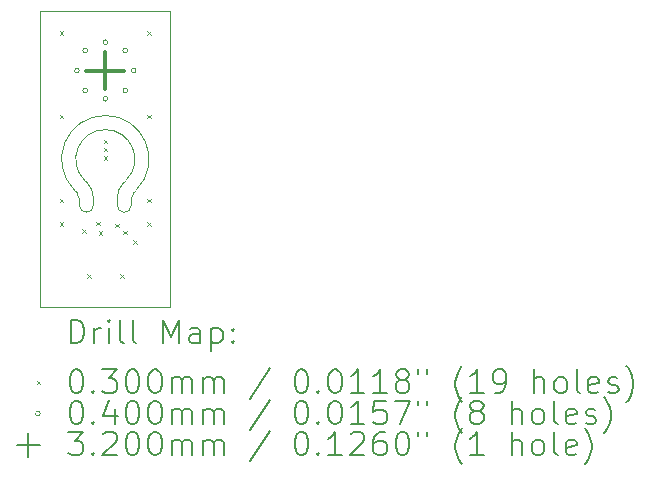
<source format=gbr>
%FSLAX45Y45*%
G04 Gerber Fmt 4.5, Leading zero omitted, Abs format (unit mm)*
G04 Created by KiCad (PCBNEW (5.99.0-10020-g5020012b14)) date 2021-04-02 13:20:54*
%MOMM*%
%LPD*%
G01*
G04 APERTURE LIST*
%TA.AperFunction,Profile*%
%ADD10C,0.010000*%
%TD*%
%ADD11C,0.200000*%
%ADD12C,0.030000*%
%ADD13C,0.040000*%
%ADD14C,0.320000*%
G04 APERTURE END LIST*
D10*
X14323223Y-9026777D02*
X14341421Y-9043579D01*
X15050000Y-7600000D02*
X15050000Y-10100000D01*
X14743431Y-9128432D02*
G75*
G03*
X14720000Y-9185000I56568J-56569D01*
G01*
X13950000Y-10100000D02*
X13950000Y-7600000D01*
X14256569Y-9128432D02*
G75*
G02*
X14280000Y-9185000I-56569J-56569D01*
G01*
X13950000Y-7600000D02*
X15050000Y-7600000D01*
X14658579Y-9043579D02*
G75*
G03*
X14600000Y-9185000I141421J-141421D01*
G01*
X14743431Y-9128431D02*
X14761629Y-9111629D01*
X15050000Y-10100000D02*
X13950000Y-10100000D01*
X14400000Y-9185000D02*
G75*
G03*
X14341421Y-9043579I-200000J0D01*
G01*
X14720000Y-9240000D02*
X14720000Y-9185000D01*
X14720000Y-9240000D02*
G75*
G02*
X14600000Y-9240000I-60000J0D01*
G01*
X14761629Y-9111630D02*
G75*
G03*
X14238370Y-9111629I-261630J261630D01*
G01*
X14676777Y-9026777D02*
G75*
G03*
X14323223Y-9026777I-176777J176777D01*
G01*
X14676777Y-9026777D02*
X14658579Y-9043579D01*
X14600000Y-9185000D02*
X14600000Y-9240000D01*
X14238370Y-9111629D02*
X14256568Y-9128432D01*
X14400000Y-9240000D02*
G75*
G02*
X14280000Y-9240000I-60000J0D01*
G01*
X14280000Y-9240000D02*
X14280000Y-9185000D01*
X14400000Y-9185000D02*
X14400000Y-9240000D01*
D11*
D12*
X14115000Y-7765000D02*
X14145000Y-7795000D01*
X14145000Y-7765000D02*
X14115000Y-7795000D01*
X14115000Y-8475000D02*
X14145000Y-8505000D01*
X14145000Y-8475000D02*
X14115000Y-8505000D01*
X14115000Y-9185000D02*
X14145000Y-9215000D01*
X14145000Y-9185000D02*
X14115000Y-9215000D01*
X14115000Y-9385000D02*
X14145000Y-9415000D01*
X14145000Y-9385000D02*
X14115000Y-9415000D01*
X14305000Y-9445000D02*
X14335000Y-9475000D01*
X14335000Y-9445000D02*
X14305000Y-9475000D01*
X14345000Y-9825000D02*
X14375000Y-9855000D01*
X14375000Y-9825000D02*
X14345000Y-9855000D01*
X14425000Y-9380000D02*
X14455000Y-9410000D01*
X14455000Y-9380000D02*
X14425000Y-9410000D01*
X14445000Y-9460000D02*
X14475000Y-9490000D01*
X14475000Y-9460000D02*
X14445000Y-9490000D01*
X14485000Y-8685000D02*
X14515000Y-8715000D01*
X14515000Y-8685000D02*
X14485000Y-8715000D01*
X14485000Y-8755000D02*
X14515000Y-8785000D01*
X14515000Y-8755000D02*
X14485000Y-8785000D01*
X14485000Y-8825000D02*
X14515000Y-8855000D01*
X14515000Y-8825000D02*
X14485000Y-8855000D01*
X14585000Y-9397500D02*
X14615000Y-9427500D01*
X14615000Y-9397500D02*
X14585000Y-9427500D01*
X14625000Y-9826250D02*
X14655000Y-9856250D01*
X14655000Y-9826250D02*
X14625000Y-9856250D01*
X14650000Y-9455000D02*
X14680000Y-9485000D01*
X14680000Y-9455000D02*
X14650000Y-9485000D01*
X14735000Y-9535000D02*
X14765000Y-9565000D01*
X14765000Y-9535000D02*
X14735000Y-9565000D01*
X14855000Y-7765000D02*
X14885000Y-7795000D01*
X14885000Y-7765000D02*
X14855000Y-7795000D01*
X14855000Y-8475000D02*
X14885000Y-8505000D01*
X14885000Y-8475000D02*
X14855000Y-8505000D01*
X14855000Y-9185000D02*
X14885000Y-9215000D01*
X14885000Y-9185000D02*
X14855000Y-9215000D01*
X14855000Y-9385000D02*
X14885000Y-9415000D01*
X14885000Y-9385000D02*
X14855000Y-9415000D01*
D13*
X14280000Y-8100000D02*
G75*
G03*
X14280000Y-8100000I-20000J0D01*
G01*
X14350294Y-7930294D02*
G75*
G03*
X14350294Y-7930294I-20000J0D01*
G01*
X14350294Y-8269706D02*
G75*
G03*
X14350294Y-8269706I-20000J0D01*
G01*
X14520000Y-7860000D02*
G75*
G03*
X14520000Y-7860000I-20000J0D01*
G01*
X14520000Y-8340000D02*
G75*
G03*
X14520000Y-8340000I-20000J0D01*
G01*
X14689706Y-7930294D02*
G75*
G03*
X14689706Y-7930294I-20000J0D01*
G01*
X14689706Y-8269706D02*
G75*
G03*
X14689706Y-8269706I-20000J0D01*
G01*
X14760000Y-8100000D02*
G75*
G03*
X14760000Y-8100000I-20000J0D01*
G01*
D14*
X14500000Y-7940000D02*
X14500000Y-8260000D01*
X14340000Y-8100000D02*
X14660000Y-8100000D01*
D11*
X14207119Y-10410976D02*
X14207119Y-10210976D01*
X14254738Y-10210976D01*
X14283309Y-10220500D01*
X14302357Y-10239548D01*
X14311881Y-10258595D01*
X14321405Y-10296690D01*
X14321405Y-10325262D01*
X14311881Y-10363357D01*
X14302357Y-10382405D01*
X14283309Y-10401452D01*
X14254738Y-10410976D01*
X14207119Y-10410976D01*
X14407119Y-10410976D02*
X14407119Y-10277643D01*
X14407119Y-10315738D02*
X14416643Y-10296690D01*
X14426167Y-10287167D01*
X14445214Y-10277643D01*
X14464262Y-10277643D01*
X14530928Y-10410976D02*
X14530928Y-10277643D01*
X14530928Y-10210976D02*
X14521405Y-10220500D01*
X14530928Y-10230024D01*
X14540452Y-10220500D01*
X14530928Y-10210976D01*
X14530928Y-10230024D01*
X14654738Y-10410976D02*
X14635690Y-10401452D01*
X14626167Y-10382405D01*
X14626167Y-10210976D01*
X14759500Y-10410976D02*
X14740452Y-10401452D01*
X14730928Y-10382405D01*
X14730928Y-10210976D01*
X14988071Y-10410976D02*
X14988071Y-10210976D01*
X15054738Y-10353833D01*
X15121405Y-10210976D01*
X15121405Y-10410976D01*
X15302357Y-10410976D02*
X15302357Y-10306214D01*
X15292833Y-10287167D01*
X15273786Y-10277643D01*
X15235690Y-10277643D01*
X15216643Y-10287167D01*
X15302357Y-10401452D02*
X15283309Y-10410976D01*
X15235690Y-10410976D01*
X15216643Y-10401452D01*
X15207119Y-10382405D01*
X15207119Y-10363357D01*
X15216643Y-10344310D01*
X15235690Y-10334786D01*
X15283309Y-10334786D01*
X15302357Y-10325262D01*
X15397595Y-10277643D02*
X15397595Y-10477643D01*
X15397595Y-10287167D02*
X15416643Y-10277643D01*
X15454738Y-10277643D01*
X15473786Y-10287167D01*
X15483309Y-10296690D01*
X15492833Y-10315738D01*
X15492833Y-10372881D01*
X15483309Y-10391929D01*
X15473786Y-10401452D01*
X15454738Y-10410976D01*
X15416643Y-10410976D01*
X15397595Y-10401452D01*
X15578548Y-10391929D02*
X15588071Y-10401452D01*
X15578548Y-10410976D01*
X15569024Y-10401452D01*
X15578548Y-10391929D01*
X15578548Y-10410976D01*
X15578548Y-10287167D02*
X15588071Y-10296690D01*
X15578548Y-10306214D01*
X15569024Y-10296690D01*
X15578548Y-10287167D01*
X15578548Y-10306214D01*
D12*
X13919500Y-10725500D02*
X13949500Y-10755500D01*
X13949500Y-10725500D02*
X13919500Y-10755500D01*
D11*
X14245214Y-10630976D02*
X14264262Y-10630976D01*
X14283309Y-10640500D01*
X14292833Y-10650024D01*
X14302357Y-10669071D01*
X14311881Y-10707167D01*
X14311881Y-10754786D01*
X14302357Y-10792881D01*
X14292833Y-10811929D01*
X14283309Y-10821452D01*
X14264262Y-10830976D01*
X14245214Y-10830976D01*
X14226167Y-10821452D01*
X14216643Y-10811929D01*
X14207119Y-10792881D01*
X14197595Y-10754786D01*
X14197595Y-10707167D01*
X14207119Y-10669071D01*
X14216643Y-10650024D01*
X14226167Y-10640500D01*
X14245214Y-10630976D01*
X14397595Y-10811929D02*
X14407119Y-10821452D01*
X14397595Y-10830976D01*
X14388071Y-10821452D01*
X14397595Y-10811929D01*
X14397595Y-10830976D01*
X14473786Y-10630976D02*
X14597595Y-10630976D01*
X14530928Y-10707167D01*
X14559500Y-10707167D01*
X14578548Y-10716690D01*
X14588071Y-10726214D01*
X14597595Y-10745262D01*
X14597595Y-10792881D01*
X14588071Y-10811929D01*
X14578548Y-10821452D01*
X14559500Y-10830976D01*
X14502357Y-10830976D01*
X14483309Y-10821452D01*
X14473786Y-10811929D01*
X14721405Y-10630976D02*
X14740452Y-10630976D01*
X14759500Y-10640500D01*
X14769024Y-10650024D01*
X14778548Y-10669071D01*
X14788071Y-10707167D01*
X14788071Y-10754786D01*
X14778548Y-10792881D01*
X14769024Y-10811929D01*
X14759500Y-10821452D01*
X14740452Y-10830976D01*
X14721405Y-10830976D01*
X14702357Y-10821452D01*
X14692833Y-10811929D01*
X14683309Y-10792881D01*
X14673786Y-10754786D01*
X14673786Y-10707167D01*
X14683309Y-10669071D01*
X14692833Y-10650024D01*
X14702357Y-10640500D01*
X14721405Y-10630976D01*
X14911881Y-10630976D02*
X14930928Y-10630976D01*
X14949976Y-10640500D01*
X14959500Y-10650024D01*
X14969024Y-10669071D01*
X14978548Y-10707167D01*
X14978548Y-10754786D01*
X14969024Y-10792881D01*
X14959500Y-10811929D01*
X14949976Y-10821452D01*
X14930928Y-10830976D01*
X14911881Y-10830976D01*
X14892833Y-10821452D01*
X14883309Y-10811929D01*
X14873786Y-10792881D01*
X14864262Y-10754786D01*
X14864262Y-10707167D01*
X14873786Y-10669071D01*
X14883309Y-10650024D01*
X14892833Y-10640500D01*
X14911881Y-10630976D01*
X15064262Y-10830976D02*
X15064262Y-10697643D01*
X15064262Y-10716690D02*
X15073786Y-10707167D01*
X15092833Y-10697643D01*
X15121405Y-10697643D01*
X15140452Y-10707167D01*
X15149976Y-10726214D01*
X15149976Y-10830976D01*
X15149976Y-10726214D02*
X15159500Y-10707167D01*
X15178548Y-10697643D01*
X15207119Y-10697643D01*
X15226167Y-10707167D01*
X15235690Y-10726214D01*
X15235690Y-10830976D01*
X15330928Y-10830976D02*
X15330928Y-10697643D01*
X15330928Y-10716690D02*
X15340452Y-10707167D01*
X15359500Y-10697643D01*
X15388071Y-10697643D01*
X15407119Y-10707167D01*
X15416643Y-10726214D01*
X15416643Y-10830976D01*
X15416643Y-10726214D02*
X15426167Y-10707167D01*
X15445214Y-10697643D01*
X15473786Y-10697643D01*
X15492833Y-10707167D01*
X15502357Y-10726214D01*
X15502357Y-10830976D01*
X15892833Y-10621452D02*
X15721405Y-10878595D01*
X16149976Y-10630976D02*
X16169024Y-10630976D01*
X16188071Y-10640500D01*
X16197595Y-10650024D01*
X16207119Y-10669071D01*
X16216643Y-10707167D01*
X16216643Y-10754786D01*
X16207119Y-10792881D01*
X16197595Y-10811929D01*
X16188071Y-10821452D01*
X16169024Y-10830976D01*
X16149976Y-10830976D01*
X16130928Y-10821452D01*
X16121405Y-10811929D01*
X16111881Y-10792881D01*
X16102357Y-10754786D01*
X16102357Y-10707167D01*
X16111881Y-10669071D01*
X16121405Y-10650024D01*
X16130928Y-10640500D01*
X16149976Y-10630976D01*
X16302357Y-10811929D02*
X16311881Y-10821452D01*
X16302357Y-10830976D01*
X16292833Y-10821452D01*
X16302357Y-10811929D01*
X16302357Y-10830976D01*
X16435690Y-10630976D02*
X16454738Y-10630976D01*
X16473786Y-10640500D01*
X16483309Y-10650024D01*
X16492833Y-10669071D01*
X16502357Y-10707167D01*
X16502357Y-10754786D01*
X16492833Y-10792881D01*
X16483309Y-10811929D01*
X16473786Y-10821452D01*
X16454738Y-10830976D01*
X16435690Y-10830976D01*
X16416643Y-10821452D01*
X16407119Y-10811929D01*
X16397595Y-10792881D01*
X16388071Y-10754786D01*
X16388071Y-10707167D01*
X16397595Y-10669071D01*
X16407119Y-10650024D01*
X16416643Y-10640500D01*
X16435690Y-10630976D01*
X16692833Y-10830976D02*
X16578548Y-10830976D01*
X16635690Y-10830976D02*
X16635690Y-10630976D01*
X16616643Y-10659548D01*
X16597595Y-10678595D01*
X16578548Y-10688119D01*
X16883310Y-10830976D02*
X16769024Y-10830976D01*
X16826167Y-10830976D02*
X16826167Y-10630976D01*
X16807119Y-10659548D01*
X16788071Y-10678595D01*
X16769024Y-10688119D01*
X16997595Y-10716690D02*
X16978548Y-10707167D01*
X16969024Y-10697643D01*
X16959500Y-10678595D01*
X16959500Y-10669071D01*
X16969024Y-10650024D01*
X16978548Y-10640500D01*
X16997595Y-10630976D01*
X17035690Y-10630976D01*
X17054738Y-10640500D01*
X17064262Y-10650024D01*
X17073786Y-10669071D01*
X17073786Y-10678595D01*
X17064262Y-10697643D01*
X17054738Y-10707167D01*
X17035690Y-10716690D01*
X16997595Y-10716690D01*
X16978548Y-10726214D01*
X16969024Y-10735738D01*
X16959500Y-10754786D01*
X16959500Y-10792881D01*
X16969024Y-10811929D01*
X16978548Y-10821452D01*
X16997595Y-10830976D01*
X17035690Y-10830976D01*
X17054738Y-10821452D01*
X17064262Y-10811929D01*
X17073786Y-10792881D01*
X17073786Y-10754786D01*
X17064262Y-10735738D01*
X17054738Y-10726214D01*
X17035690Y-10716690D01*
X17149976Y-10630976D02*
X17149976Y-10669071D01*
X17226167Y-10630976D02*
X17226167Y-10669071D01*
X17521405Y-10907167D02*
X17511881Y-10897643D01*
X17492833Y-10869071D01*
X17483310Y-10850024D01*
X17473786Y-10821452D01*
X17464262Y-10773833D01*
X17464262Y-10735738D01*
X17473786Y-10688119D01*
X17483310Y-10659548D01*
X17492833Y-10640500D01*
X17511881Y-10611929D01*
X17521405Y-10602405D01*
X17702357Y-10830976D02*
X17588071Y-10830976D01*
X17645214Y-10830976D02*
X17645214Y-10630976D01*
X17626167Y-10659548D01*
X17607119Y-10678595D01*
X17588071Y-10688119D01*
X17797595Y-10830976D02*
X17835690Y-10830976D01*
X17854738Y-10821452D01*
X17864262Y-10811929D01*
X17883310Y-10783357D01*
X17892833Y-10745262D01*
X17892833Y-10669071D01*
X17883310Y-10650024D01*
X17873786Y-10640500D01*
X17854738Y-10630976D01*
X17816643Y-10630976D01*
X17797595Y-10640500D01*
X17788071Y-10650024D01*
X17778548Y-10669071D01*
X17778548Y-10716690D01*
X17788071Y-10735738D01*
X17797595Y-10745262D01*
X17816643Y-10754786D01*
X17854738Y-10754786D01*
X17873786Y-10745262D01*
X17883310Y-10735738D01*
X17892833Y-10716690D01*
X18130929Y-10830976D02*
X18130929Y-10630976D01*
X18216643Y-10830976D02*
X18216643Y-10726214D01*
X18207119Y-10707167D01*
X18188071Y-10697643D01*
X18159500Y-10697643D01*
X18140452Y-10707167D01*
X18130929Y-10716690D01*
X18340452Y-10830976D02*
X18321405Y-10821452D01*
X18311881Y-10811929D01*
X18302357Y-10792881D01*
X18302357Y-10735738D01*
X18311881Y-10716690D01*
X18321405Y-10707167D01*
X18340452Y-10697643D01*
X18369024Y-10697643D01*
X18388071Y-10707167D01*
X18397595Y-10716690D01*
X18407119Y-10735738D01*
X18407119Y-10792881D01*
X18397595Y-10811929D01*
X18388071Y-10821452D01*
X18369024Y-10830976D01*
X18340452Y-10830976D01*
X18521405Y-10830976D02*
X18502357Y-10821452D01*
X18492833Y-10802405D01*
X18492833Y-10630976D01*
X18673786Y-10821452D02*
X18654738Y-10830976D01*
X18616643Y-10830976D01*
X18597595Y-10821452D01*
X18588071Y-10802405D01*
X18588071Y-10726214D01*
X18597595Y-10707167D01*
X18616643Y-10697643D01*
X18654738Y-10697643D01*
X18673786Y-10707167D01*
X18683310Y-10726214D01*
X18683310Y-10745262D01*
X18588071Y-10764310D01*
X18759500Y-10821452D02*
X18778548Y-10830976D01*
X18816643Y-10830976D01*
X18835690Y-10821452D01*
X18845214Y-10802405D01*
X18845214Y-10792881D01*
X18835690Y-10773833D01*
X18816643Y-10764310D01*
X18788071Y-10764310D01*
X18769024Y-10754786D01*
X18759500Y-10735738D01*
X18759500Y-10726214D01*
X18769024Y-10707167D01*
X18788071Y-10697643D01*
X18816643Y-10697643D01*
X18835690Y-10707167D01*
X18911881Y-10907167D02*
X18921405Y-10897643D01*
X18940452Y-10869071D01*
X18949976Y-10850024D01*
X18959500Y-10821452D01*
X18969024Y-10773833D01*
X18969024Y-10735738D01*
X18959500Y-10688119D01*
X18949976Y-10659548D01*
X18940452Y-10640500D01*
X18921405Y-10611929D01*
X18911881Y-10602405D01*
D13*
X13949500Y-11004500D02*
G75*
G03*
X13949500Y-11004500I-20000J0D01*
G01*
D11*
X14245214Y-10894976D02*
X14264262Y-10894976D01*
X14283309Y-10904500D01*
X14292833Y-10914024D01*
X14302357Y-10933071D01*
X14311881Y-10971167D01*
X14311881Y-11018786D01*
X14302357Y-11056881D01*
X14292833Y-11075929D01*
X14283309Y-11085452D01*
X14264262Y-11094976D01*
X14245214Y-11094976D01*
X14226167Y-11085452D01*
X14216643Y-11075929D01*
X14207119Y-11056881D01*
X14197595Y-11018786D01*
X14197595Y-10971167D01*
X14207119Y-10933071D01*
X14216643Y-10914024D01*
X14226167Y-10904500D01*
X14245214Y-10894976D01*
X14397595Y-11075929D02*
X14407119Y-11085452D01*
X14397595Y-11094976D01*
X14388071Y-11085452D01*
X14397595Y-11075929D01*
X14397595Y-11094976D01*
X14578548Y-10961643D02*
X14578548Y-11094976D01*
X14530928Y-10885452D02*
X14483309Y-11028310D01*
X14607119Y-11028310D01*
X14721405Y-10894976D02*
X14740452Y-10894976D01*
X14759500Y-10904500D01*
X14769024Y-10914024D01*
X14778548Y-10933071D01*
X14788071Y-10971167D01*
X14788071Y-11018786D01*
X14778548Y-11056881D01*
X14769024Y-11075929D01*
X14759500Y-11085452D01*
X14740452Y-11094976D01*
X14721405Y-11094976D01*
X14702357Y-11085452D01*
X14692833Y-11075929D01*
X14683309Y-11056881D01*
X14673786Y-11018786D01*
X14673786Y-10971167D01*
X14683309Y-10933071D01*
X14692833Y-10914024D01*
X14702357Y-10904500D01*
X14721405Y-10894976D01*
X14911881Y-10894976D02*
X14930928Y-10894976D01*
X14949976Y-10904500D01*
X14959500Y-10914024D01*
X14969024Y-10933071D01*
X14978548Y-10971167D01*
X14978548Y-11018786D01*
X14969024Y-11056881D01*
X14959500Y-11075929D01*
X14949976Y-11085452D01*
X14930928Y-11094976D01*
X14911881Y-11094976D01*
X14892833Y-11085452D01*
X14883309Y-11075929D01*
X14873786Y-11056881D01*
X14864262Y-11018786D01*
X14864262Y-10971167D01*
X14873786Y-10933071D01*
X14883309Y-10914024D01*
X14892833Y-10904500D01*
X14911881Y-10894976D01*
X15064262Y-11094976D02*
X15064262Y-10961643D01*
X15064262Y-10980690D02*
X15073786Y-10971167D01*
X15092833Y-10961643D01*
X15121405Y-10961643D01*
X15140452Y-10971167D01*
X15149976Y-10990214D01*
X15149976Y-11094976D01*
X15149976Y-10990214D02*
X15159500Y-10971167D01*
X15178548Y-10961643D01*
X15207119Y-10961643D01*
X15226167Y-10971167D01*
X15235690Y-10990214D01*
X15235690Y-11094976D01*
X15330928Y-11094976D02*
X15330928Y-10961643D01*
X15330928Y-10980690D02*
X15340452Y-10971167D01*
X15359500Y-10961643D01*
X15388071Y-10961643D01*
X15407119Y-10971167D01*
X15416643Y-10990214D01*
X15416643Y-11094976D01*
X15416643Y-10990214D02*
X15426167Y-10971167D01*
X15445214Y-10961643D01*
X15473786Y-10961643D01*
X15492833Y-10971167D01*
X15502357Y-10990214D01*
X15502357Y-11094976D01*
X15892833Y-10885452D02*
X15721405Y-11142595D01*
X16149976Y-10894976D02*
X16169024Y-10894976D01*
X16188071Y-10904500D01*
X16197595Y-10914024D01*
X16207119Y-10933071D01*
X16216643Y-10971167D01*
X16216643Y-11018786D01*
X16207119Y-11056881D01*
X16197595Y-11075929D01*
X16188071Y-11085452D01*
X16169024Y-11094976D01*
X16149976Y-11094976D01*
X16130928Y-11085452D01*
X16121405Y-11075929D01*
X16111881Y-11056881D01*
X16102357Y-11018786D01*
X16102357Y-10971167D01*
X16111881Y-10933071D01*
X16121405Y-10914024D01*
X16130928Y-10904500D01*
X16149976Y-10894976D01*
X16302357Y-11075929D02*
X16311881Y-11085452D01*
X16302357Y-11094976D01*
X16292833Y-11085452D01*
X16302357Y-11075929D01*
X16302357Y-11094976D01*
X16435690Y-10894976D02*
X16454738Y-10894976D01*
X16473786Y-10904500D01*
X16483309Y-10914024D01*
X16492833Y-10933071D01*
X16502357Y-10971167D01*
X16502357Y-11018786D01*
X16492833Y-11056881D01*
X16483309Y-11075929D01*
X16473786Y-11085452D01*
X16454738Y-11094976D01*
X16435690Y-11094976D01*
X16416643Y-11085452D01*
X16407119Y-11075929D01*
X16397595Y-11056881D01*
X16388071Y-11018786D01*
X16388071Y-10971167D01*
X16397595Y-10933071D01*
X16407119Y-10914024D01*
X16416643Y-10904500D01*
X16435690Y-10894976D01*
X16692833Y-11094976D02*
X16578548Y-11094976D01*
X16635690Y-11094976D02*
X16635690Y-10894976D01*
X16616643Y-10923548D01*
X16597595Y-10942595D01*
X16578548Y-10952119D01*
X16873786Y-10894976D02*
X16778548Y-10894976D01*
X16769024Y-10990214D01*
X16778548Y-10980690D01*
X16797595Y-10971167D01*
X16845214Y-10971167D01*
X16864262Y-10980690D01*
X16873786Y-10990214D01*
X16883310Y-11009262D01*
X16883310Y-11056881D01*
X16873786Y-11075929D01*
X16864262Y-11085452D01*
X16845214Y-11094976D01*
X16797595Y-11094976D01*
X16778548Y-11085452D01*
X16769024Y-11075929D01*
X16949976Y-10894976D02*
X17083310Y-10894976D01*
X16997595Y-11094976D01*
X17149976Y-10894976D02*
X17149976Y-10933071D01*
X17226167Y-10894976D02*
X17226167Y-10933071D01*
X17521405Y-11171167D02*
X17511881Y-11161643D01*
X17492833Y-11133071D01*
X17483310Y-11114024D01*
X17473786Y-11085452D01*
X17464262Y-11037833D01*
X17464262Y-10999738D01*
X17473786Y-10952119D01*
X17483310Y-10923548D01*
X17492833Y-10904500D01*
X17511881Y-10875929D01*
X17521405Y-10866405D01*
X17626167Y-10980690D02*
X17607119Y-10971167D01*
X17597595Y-10961643D01*
X17588071Y-10942595D01*
X17588071Y-10933071D01*
X17597595Y-10914024D01*
X17607119Y-10904500D01*
X17626167Y-10894976D01*
X17664262Y-10894976D01*
X17683310Y-10904500D01*
X17692833Y-10914024D01*
X17702357Y-10933071D01*
X17702357Y-10942595D01*
X17692833Y-10961643D01*
X17683310Y-10971167D01*
X17664262Y-10980690D01*
X17626167Y-10980690D01*
X17607119Y-10990214D01*
X17597595Y-10999738D01*
X17588071Y-11018786D01*
X17588071Y-11056881D01*
X17597595Y-11075929D01*
X17607119Y-11085452D01*
X17626167Y-11094976D01*
X17664262Y-11094976D01*
X17683310Y-11085452D01*
X17692833Y-11075929D01*
X17702357Y-11056881D01*
X17702357Y-11018786D01*
X17692833Y-10999738D01*
X17683310Y-10990214D01*
X17664262Y-10980690D01*
X17940452Y-11094976D02*
X17940452Y-10894976D01*
X18026167Y-11094976D02*
X18026167Y-10990214D01*
X18016643Y-10971167D01*
X17997595Y-10961643D01*
X17969024Y-10961643D01*
X17949976Y-10971167D01*
X17940452Y-10980690D01*
X18149976Y-11094976D02*
X18130929Y-11085452D01*
X18121405Y-11075929D01*
X18111881Y-11056881D01*
X18111881Y-10999738D01*
X18121405Y-10980690D01*
X18130929Y-10971167D01*
X18149976Y-10961643D01*
X18178548Y-10961643D01*
X18197595Y-10971167D01*
X18207119Y-10980690D01*
X18216643Y-10999738D01*
X18216643Y-11056881D01*
X18207119Y-11075929D01*
X18197595Y-11085452D01*
X18178548Y-11094976D01*
X18149976Y-11094976D01*
X18330929Y-11094976D02*
X18311881Y-11085452D01*
X18302357Y-11066405D01*
X18302357Y-10894976D01*
X18483310Y-11085452D02*
X18464262Y-11094976D01*
X18426167Y-11094976D01*
X18407119Y-11085452D01*
X18397595Y-11066405D01*
X18397595Y-10990214D01*
X18407119Y-10971167D01*
X18426167Y-10961643D01*
X18464262Y-10961643D01*
X18483310Y-10971167D01*
X18492833Y-10990214D01*
X18492833Y-11009262D01*
X18397595Y-11028310D01*
X18569024Y-11085452D02*
X18588071Y-11094976D01*
X18626167Y-11094976D01*
X18645214Y-11085452D01*
X18654738Y-11066405D01*
X18654738Y-11056881D01*
X18645214Y-11037833D01*
X18626167Y-11028310D01*
X18597595Y-11028310D01*
X18578548Y-11018786D01*
X18569024Y-10999738D01*
X18569024Y-10990214D01*
X18578548Y-10971167D01*
X18597595Y-10961643D01*
X18626167Y-10961643D01*
X18645214Y-10971167D01*
X18721405Y-11171167D02*
X18730929Y-11161643D01*
X18749976Y-11133071D01*
X18759500Y-11114024D01*
X18769024Y-11085452D01*
X18778548Y-11037833D01*
X18778548Y-10999738D01*
X18769024Y-10952119D01*
X18759500Y-10923548D01*
X18749976Y-10904500D01*
X18730929Y-10875929D01*
X18721405Y-10866405D01*
X13849500Y-11168500D02*
X13849500Y-11368500D01*
X13749500Y-11268500D02*
X13949500Y-11268500D01*
X14188071Y-11158976D02*
X14311881Y-11158976D01*
X14245214Y-11235167D01*
X14273786Y-11235167D01*
X14292833Y-11244690D01*
X14302357Y-11254214D01*
X14311881Y-11273262D01*
X14311881Y-11320881D01*
X14302357Y-11339928D01*
X14292833Y-11349452D01*
X14273786Y-11358976D01*
X14216643Y-11358976D01*
X14197595Y-11349452D01*
X14188071Y-11339928D01*
X14397595Y-11339928D02*
X14407119Y-11349452D01*
X14397595Y-11358976D01*
X14388071Y-11349452D01*
X14397595Y-11339928D01*
X14397595Y-11358976D01*
X14483309Y-11178024D02*
X14492833Y-11168500D01*
X14511881Y-11158976D01*
X14559500Y-11158976D01*
X14578548Y-11168500D01*
X14588071Y-11178024D01*
X14597595Y-11197071D01*
X14597595Y-11216119D01*
X14588071Y-11244690D01*
X14473786Y-11358976D01*
X14597595Y-11358976D01*
X14721405Y-11158976D02*
X14740452Y-11158976D01*
X14759500Y-11168500D01*
X14769024Y-11178024D01*
X14778548Y-11197071D01*
X14788071Y-11235167D01*
X14788071Y-11282786D01*
X14778548Y-11320881D01*
X14769024Y-11339928D01*
X14759500Y-11349452D01*
X14740452Y-11358976D01*
X14721405Y-11358976D01*
X14702357Y-11349452D01*
X14692833Y-11339928D01*
X14683309Y-11320881D01*
X14673786Y-11282786D01*
X14673786Y-11235167D01*
X14683309Y-11197071D01*
X14692833Y-11178024D01*
X14702357Y-11168500D01*
X14721405Y-11158976D01*
X14911881Y-11158976D02*
X14930928Y-11158976D01*
X14949976Y-11168500D01*
X14959500Y-11178024D01*
X14969024Y-11197071D01*
X14978548Y-11235167D01*
X14978548Y-11282786D01*
X14969024Y-11320881D01*
X14959500Y-11339928D01*
X14949976Y-11349452D01*
X14930928Y-11358976D01*
X14911881Y-11358976D01*
X14892833Y-11349452D01*
X14883309Y-11339928D01*
X14873786Y-11320881D01*
X14864262Y-11282786D01*
X14864262Y-11235167D01*
X14873786Y-11197071D01*
X14883309Y-11178024D01*
X14892833Y-11168500D01*
X14911881Y-11158976D01*
X15064262Y-11358976D02*
X15064262Y-11225643D01*
X15064262Y-11244690D02*
X15073786Y-11235167D01*
X15092833Y-11225643D01*
X15121405Y-11225643D01*
X15140452Y-11235167D01*
X15149976Y-11254214D01*
X15149976Y-11358976D01*
X15149976Y-11254214D02*
X15159500Y-11235167D01*
X15178548Y-11225643D01*
X15207119Y-11225643D01*
X15226167Y-11235167D01*
X15235690Y-11254214D01*
X15235690Y-11358976D01*
X15330928Y-11358976D02*
X15330928Y-11225643D01*
X15330928Y-11244690D02*
X15340452Y-11235167D01*
X15359500Y-11225643D01*
X15388071Y-11225643D01*
X15407119Y-11235167D01*
X15416643Y-11254214D01*
X15416643Y-11358976D01*
X15416643Y-11254214D02*
X15426167Y-11235167D01*
X15445214Y-11225643D01*
X15473786Y-11225643D01*
X15492833Y-11235167D01*
X15502357Y-11254214D01*
X15502357Y-11358976D01*
X15892833Y-11149452D02*
X15721405Y-11406595D01*
X16149976Y-11158976D02*
X16169024Y-11158976D01*
X16188071Y-11168500D01*
X16197595Y-11178024D01*
X16207119Y-11197071D01*
X16216643Y-11235167D01*
X16216643Y-11282786D01*
X16207119Y-11320881D01*
X16197595Y-11339928D01*
X16188071Y-11349452D01*
X16169024Y-11358976D01*
X16149976Y-11358976D01*
X16130928Y-11349452D01*
X16121405Y-11339928D01*
X16111881Y-11320881D01*
X16102357Y-11282786D01*
X16102357Y-11235167D01*
X16111881Y-11197071D01*
X16121405Y-11178024D01*
X16130928Y-11168500D01*
X16149976Y-11158976D01*
X16302357Y-11339928D02*
X16311881Y-11349452D01*
X16302357Y-11358976D01*
X16292833Y-11349452D01*
X16302357Y-11339928D01*
X16302357Y-11358976D01*
X16502357Y-11358976D02*
X16388071Y-11358976D01*
X16445214Y-11358976D02*
X16445214Y-11158976D01*
X16426167Y-11187548D01*
X16407119Y-11206595D01*
X16388071Y-11216119D01*
X16578548Y-11178024D02*
X16588071Y-11168500D01*
X16607119Y-11158976D01*
X16654738Y-11158976D01*
X16673786Y-11168500D01*
X16683309Y-11178024D01*
X16692833Y-11197071D01*
X16692833Y-11216119D01*
X16683309Y-11244690D01*
X16569024Y-11358976D01*
X16692833Y-11358976D01*
X16864262Y-11158976D02*
X16826167Y-11158976D01*
X16807119Y-11168500D01*
X16797595Y-11178024D01*
X16778548Y-11206595D01*
X16769024Y-11244690D01*
X16769024Y-11320881D01*
X16778548Y-11339928D01*
X16788071Y-11349452D01*
X16807119Y-11358976D01*
X16845214Y-11358976D01*
X16864262Y-11349452D01*
X16873786Y-11339928D01*
X16883310Y-11320881D01*
X16883310Y-11273262D01*
X16873786Y-11254214D01*
X16864262Y-11244690D01*
X16845214Y-11235167D01*
X16807119Y-11235167D01*
X16788071Y-11244690D01*
X16778548Y-11254214D01*
X16769024Y-11273262D01*
X17007119Y-11158976D02*
X17026167Y-11158976D01*
X17045214Y-11168500D01*
X17054738Y-11178024D01*
X17064262Y-11197071D01*
X17073786Y-11235167D01*
X17073786Y-11282786D01*
X17064262Y-11320881D01*
X17054738Y-11339928D01*
X17045214Y-11349452D01*
X17026167Y-11358976D01*
X17007119Y-11358976D01*
X16988071Y-11349452D01*
X16978548Y-11339928D01*
X16969024Y-11320881D01*
X16959500Y-11282786D01*
X16959500Y-11235167D01*
X16969024Y-11197071D01*
X16978548Y-11178024D01*
X16988071Y-11168500D01*
X17007119Y-11158976D01*
X17149976Y-11158976D02*
X17149976Y-11197071D01*
X17226167Y-11158976D02*
X17226167Y-11197071D01*
X17521405Y-11435167D02*
X17511881Y-11425643D01*
X17492833Y-11397071D01*
X17483310Y-11378024D01*
X17473786Y-11349452D01*
X17464262Y-11301833D01*
X17464262Y-11263738D01*
X17473786Y-11216119D01*
X17483310Y-11187548D01*
X17492833Y-11168500D01*
X17511881Y-11139929D01*
X17521405Y-11130405D01*
X17702357Y-11358976D02*
X17588071Y-11358976D01*
X17645214Y-11358976D02*
X17645214Y-11158976D01*
X17626167Y-11187548D01*
X17607119Y-11206595D01*
X17588071Y-11216119D01*
X17940452Y-11358976D02*
X17940452Y-11158976D01*
X18026167Y-11358976D02*
X18026167Y-11254214D01*
X18016643Y-11235167D01*
X17997595Y-11225643D01*
X17969024Y-11225643D01*
X17949976Y-11235167D01*
X17940452Y-11244690D01*
X18149976Y-11358976D02*
X18130929Y-11349452D01*
X18121405Y-11339928D01*
X18111881Y-11320881D01*
X18111881Y-11263738D01*
X18121405Y-11244690D01*
X18130929Y-11235167D01*
X18149976Y-11225643D01*
X18178548Y-11225643D01*
X18197595Y-11235167D01*
X18207119Y-11244690D01*
X18216643Y-11263738D01*
X18216643Y-11320881D01*
X18207119Y-11339928D01*
X18197595Y-11349452D01*
X18178548Y-11358976D01*
X18149976Y-11358976D01*
X18330929Y-11358976D02*
X18311881Y-11349452D01*
X18302357Y-11330405D01*
X18302357Y-11158976D01*
X18483310Y-11349452D02*
X18464262Y-11358976D01*
X18426167Y-11358976D01*
X18407119Y-11349452D01*
X18397595Y-11330405D01*
X18397595Y-11254214D01*
X18407119Y-11235167D01*
X18426167Y-11225643D01*
X18464262Y-11225643D01*
X18483310Y-11235167D01*
X18492833Y-11254214D01*
X18492833Y-11273262D01*
X18397595Y-11292309D01*
X18559500Y-11435167D02*
X18569024Y-11425643D01*
X18588071Y-11397071D01*
X18597595Y-11378024D01*
X18607119Y-11349452D01*
X18616643Y-11301833D01*
X18616643Y-11263738D01*
X18607119Y-11216119D01*
X18597595Y-11187548D01*
X18588071Y-11168500D01*
X18569024Y-11139929D01*
X18559500Y-11130405D01*
M02*

</source>
